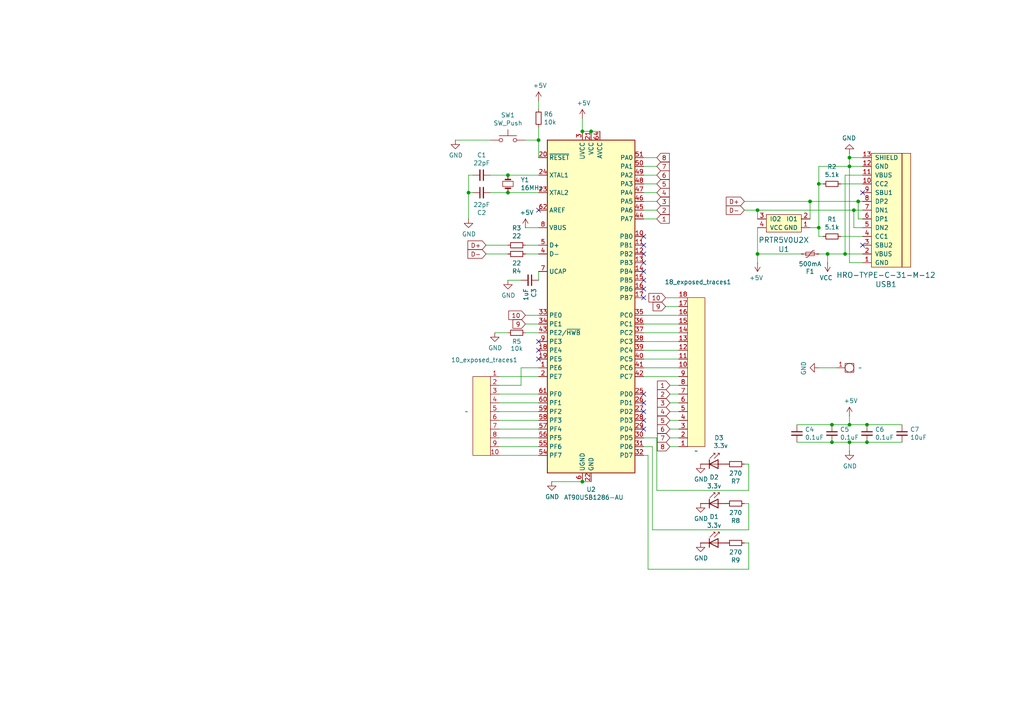
<source format=kicad_sch>
(kicad_sch (version 20250114) (generator "eeschema") (generator_version "9.0")
  (paper "A4")
  (lib_symbols
    (symbol "Device:C_Small" (pin_numbers (hide yes)) (pin_names (offset 0.254) (hide yes))
      (property "Reference" "C" (at 0.254 1.778 0))
      (property "Value" "C_Small" (at 0.254 -2.032 0))
      (symbol "C_Small_0_1"
        (polyline (pts (xy -1.524 0.508) (xy 1.524 0.508)) (stroke (width 0.3048)))
        (polyline (pts (xy -1.524 -0.508) (xy 1.524 -0.508)) (stroke (width 0.3302)))
      )
      (symbol "C_Small_1_1"
        (pin passive line (at 0 2.54 270) (length 2.032) (name "~") (number "1"))
        (pin passive line (at 0 -2.54 90) (length 2.032) (name "~") (number "2"))
      )
    )
    (symbol "Device:Crystal_Small" (pin_numbers (hide yes)) (pin_names (offset 1.016) (hide yes))
      (property "Reference" "Y" (at 0 2.54 0))
      (property "Value" "Crystal_Small" (at 0 -2.54 0))
      (symbol "Crystal_Small_0_1"
        (polyline (pts (xy -1.27 -0.762) (xy -1.27 0.762)) (stroke (width 0.381)))
        (rectangle (start -0.762 -1.524) (end 0.762 1.524))
        (polyline (pts (xy 1.27 -0.762) (xy 1.27 0.762)) (stroke (width 0.381)))
      )
      (symbol "Crystal_Small_1_1"
        (pin passive line (at -2.54 0 0) (length 1.27) (name "1") (number "1"))
        (pin passive line (at 2.54 0 180) (length 1.27) (name "2") (number "2"))
      )
    )
    (symbol "Device:Polyfuse_Small" (pin_numbers (hide yes)) (pin_names (offset 0))
      (property "Reference" "F" (at -1.905 0 90))
      (property "Value" "Polyfuse_Small" (at 1.905 0 90))
      (symbol "Polyfuse_Small_0_1"
        (polyline (pts (xy -1.016 1.27) (xy -1.016 0.762) (xy 1.016 -0.762) (xy 1.016 -1.27)))
        (rectangle (start -0.508 1.27) (end 0.508 -1.27))
        (polyline (pts (xy 0 2.54) (xy 0 -2.54)))
      )
      (symbol "Polyfuse_Small_1_1"
        (pin passive line (at 0 2.54 270) (length 0.635) (name "~") (number "1"))
        (pin passive line (at 0 -2.54 90) (length 0.635) (name "~") (number "2"))
      )
    )
    (symbol "Device:R_Small" (pin_numbers (hide yes)) (pin_names (offset 0.254) (hide yes))
      (property "Reference" "R" (at 0 0 90))
      (property "Value" "R_Small" (at 1.778 0 90))
      (symbol "R_Small_0_1"
        (rectangle (start -0.762 1.778) (end 0.762 -1.778) (stroke (width 0.2032)))
      )
      (symbol "R_Small_1_1"
        (pin passive line (at 0 2.54 270) (length 0.762) (name "~") (number "1"))
        (pin passive line (at 0 -2.54 90) (length 0.762) (name "~") (number "2"))
      )
    )
    (symbol "LED:LD271" (pin_numbers (hide yes)) (pin_names (offset 1.016) (hide yes))
      (property "Reference" "D" (at 0.508 1.778 0))
      (property "Value" "LD271" (at -1.016 -2.794 0))
      (symbol "LD271_0_1"
        (polyline (pts (xy -2.54 1.27) (xy -2.54 -1.27)) (stroke (width 0.254)))
        (polyline (pts (xy -2.413 1.651) (xy -0.889 3.175) (xy -0.889 2.667) (xy -0.889 3.175) (xy -1.397 3.175)))
        (polyline (pts (xy -1.143 1.651) (xy 0.381 3.175) (xy 0.381 2.667)))
        (polyline (pts (xy 0 0) (xy -2.54 0)))
        (polyline (pts (xy 0 -1.27) (xy -2.54 0) (xy 0 1.27) (xy 0 -1.27)) (stroke (width 0.254)))
        (polyline (pts (xy 0.381 3.175) (xy -0.127 3.175)))
      )
      (symbol "LD271_1_1"
        (pin passive line (at -5.08 0 0) (length 2.54) (name "K") (number "1"))
        (pin passive line (at 2.54 0 180) (length 2.54) (name "A") (number "2"))
      )
    )
    (symbol "M2_connectors:10_exposed_traces"
      (property "Reference" "10_exposed_traces" (at 0.508 8.382 0) (show_name))
      (symbol "10_exposed_traces_1_1"
        (rectangle (start -2.54 -15.24) (end 2.54 7.62) (fill (type background)))
        (pin input line (at -5.08 7.62 0) (length 2.54) (name "") (number "10"))
        (pin input line (at -5.08 5.08 0) (length 2.54) (name "") (number "9"))
        (pin input line (at -5.08 2.54 0) (length 2.54) (name "") (number "8"))
        (pin input line (at -5.08 0 0) (length 2.54) (name "") (number "7"))
        (pin input line (at -5.08 -2.54 0) (length 2.54) (name "") (number "6"))
        (pin input line (at -5.08 -5.08 0) (length 2.54) (name "") (number "5"))
        (pin input line (at -5.08 -7.62 0) (length 2.54) (name "") (number "4"))
        (pin input line (at -5.08 -10.16 0) (length 2.54) (name "") (number "3"))
        (pin input line (at -5.08 -12.7 0) (length 2.54) (name "") (number "2"))
        (pin input line (at -5.08 -15.24 0) (length 2.54) (name "") (number "1"))
      )
    )
    (symbol "M2_connectors:18_exposed_traces"
      (property "Reference" "18_exposed_traces" (at -0.762 8.128 0))
      (symbol "18_exposed_traces_1_1"
        (rectangle (start -3.81 -36.83) (end 1.27 6.35) (fill (type background)))
        (pin input line (at 3.81 6.35 180) (length 2.54) (name "") (number "1"))
        (pin input line (at 3.81 3.81 180) (length 2.54) (name "") (number "2"))
        (pin input line (at 3.81 1.27 180) (length 2.54) (name "") (number "3"))
        (pin input line (at 3.81 -1.27 180) (length 2.54) (name "") (number "4"))
        (pin input line (at 3.81 -3.81 180) (length 2.54) (name "") (number "5"))
        (pin input line (at 3.81 -6.35 180) (length 2.54) (name "") (number "6"))
        (pin input line (at 3.81 -8.89 180) (length 2.54) (name "") (number "7"))
        (pin input line (at 3.81 -11.43 180) (length 2.54) (name "") (number "8"))
        (pin input line (at 3.81 -13.97 180) (length 2.54) (name "") (number "9"))
        (pin input line (at 3.81 -16.51 180) (length 2.54) (name "") (number "10"))
        (pin input line (at 3.81 -19.05 180) (length 2.54) (name "") (number "11"))
        (pin input line (at 3.81 -21.59 180) (length 2.54) (name "") (number "12"))
        (pin input line (at 3.81 -24.13 180) (length 2.54) (name "") (number "13"))
        (pin input line (at 3.81 -26.67 180) (length 2.54) (name "") (number "14"))
        (pin input line (at 3.81 -29.21 180) (length 2.54) (name "") (number "15"))
        (pin input line (at 3.81 -31.75 180) (length 2.54) (name "") (number "16"))
        (pin input line (at 3.81 -34.29 180) (length 2.54) (name "") (number "17"))
        (pin input line (at 3.81 -36.83 180) (length 2.54) (name "") (number "18"))
      )
    )
    (symbol "M2_connectors:screw"
      (symbol "screw_0_1"
        (rectangle (start -1.27 1.27) (end 1.27 -1.27))
        (circle (center 0 0) (radius 1.27))
      )
      (symbol "screw_1_1"
        (pin input line (at -3.81 0 0) (length 2.54) (name "") (number "1"))
      )
    )
    (symbol "MCU_Microchip_AVR:AT90USB1286-A"
      (property "Reference" "U" (at -12.7 49.53 0))
      (property "Value" "AT90USB1286-A" (at 2.54 -49.53 0))
      (symbol "AT90USB1286-A_0_1"
        (rectangle (start -12.7 -48.26) (end 12.7 48.26) (stroke (width 0.254)) (fill (type background)))
      )
      (symbol "AT90USB1286-A_1_1"
        (pin input line (at -15.24 43.18 0) (length 2.54) (name "~{RESET}") (number "20"))
        (pin input line (at -15.24 38.1 0) (length 2.54) (name "XTAL1") (number "24"))
        (pin output line (at -15.24 33.02 0) (length 2.54) (name "XTAL2") (number "23"))
        (pin passive line (at -15.24 27.94 0) (length 2.54) (name "AREF") (number "62"))
        (pin input line (at -15.24 22.86 0) (length 2.54) (name "VBUS") (number "8"))
        (pin bidirectional line (at -15.24 17.78 0) (length 2.54) (name "D+") (number "5"))
        (pin bidirectional line (at -15.24 15.24 0) (length 2.54) (name "D-") (number "4"))
        (pin passive line (at -15.24 10.16 0) (length 2.54) (name "UCAP") (number "7"))
        (pin bidirectional line (at -15.24 -2.54 0) (length 2.54) (name "PE0") (number "33"))
        (pin bidirectional line (at -15.24 -5.08 0) (length 2.54) (name "PE1") (number "34"))
        (pin bidirectional line (at -15.24 -7.62 0) (length 2.54) (name "PE2/~{HWB}") (number "43"))
        (pin bidirectional line (at -15.24 -10.16 0) (length 2.54) (name "PE3") (number "9"))
        (pin bidirectional line (at -15.24 -12.7 0) (length 2.54) (name "PE4") (number "18"))
        (pin bidirectional line (at -15.24 -15.24 0) (length 2.54) (name "PE5") (number "19"))
        (pin bidirectional line (at -15.24 -17.78 0) (length 2.54) (name "PE6") (number "1"))
        (pin bidirectional line (at -15.24 -20.32 0) (length 2.54) (name "PE7") (number "2"))
        (pin bidirectional line (at -15.24 -25.4 0) (length 2.54) (name "PF0") (number "61"))
        (pin bidirectional line (at -15.24 -27.94 0) (length 2.54) (name "PF1") (number "60"))
        (pin bidirectional line (at -15.24 -30.48 0) (length 2.54) (name "PF2") (number "59"))
        (pin bidirectional line (at -15.24 -33.02 0) (length 2.54) (name "PF3") (number "58"))
        (pin bidirectional line (at -15.24 -35.56 0) (length 2.54) (name "PF4") (number "57"))
        (pin bidirectional line (at -15.24 -38.1 0) (length 2.54) (name "PF5") (number "56"))
        (pin bidirectional line (at -15.24 -40.64 0) (length 2.54) (name "PF6") (number "55"))
        (pin bidirectional line (at -15.24 -43.18 0) (length 2.54) (name "PF7") (number "54"))
        (pin power_in line (at -2.54 50.8 270) (length 2.54) (name "UVCC") (number "3"))
        (pin power_in line (at -2.54 -50.8 90) (length 2.54) (name "UGND") (number "6"))
        (pin power_in line (at 0 50.8 270) (length 2.54) (name "VCC") (number "21"))
        (pin passive line (at 0 50.8 270) (length 2.54) (hide yes) (name "VCC") (number "52"))
        (pin power_in line (at 0 -50.8 90) (length 2.54) (name "GND") (number "22"))
        (pin passive line (at 0 -50.8 90) (length 2.54) (hide yes) (name "GND") (number "53"))
        (pin passive line (at 0 -50.8 90) (length 2.54) (hide yes) (name "GND") (number "63"))
        (pin power_in line (at 2.54 50.8 270) (length 2.54) (name "AVCC") (number "64"))
        (pin bidirectional line (at 15.24 43.18 180) (length 2.54) (name "PA0") (number "51"))
        (pin bidirectional line (at 15.24 40.64 180) (length 2.54) (name "PA1") (number "50"))
        (pin bidirectional line (at 15.24 38.1 180) (length 2.54) (name "PA2") (number "49"))
        (pin bidirectional line (at 15.24 35.56 180) (length 2.54) (name "PA3") (number "48"))
        (pin bidirectional line (at 15.24 33.02 180) (length 2.54) (name "PA4") (number "47"))
        (pin bidirectional line (at 15.24 30.48 180) (length 2.54) (name "PA5") (number "46"))
        (pin bidirectional line (at 15.24 27.94 180) (length 2.54) (name "PA6") (number "45"))
        (pin bidirectional line (at 15.24 25.4 180) (length 2.54) (name "PA7") (number "44"))
        (pin bidirectional line (at 15.24 20.32 180) (length 2.54) (name "PB0") (number "10"))
        (pin bidirectional line (at 15.24 17.78 180) (length 2.54) (name "PB1") (number "11"))
        (pin bidirectional line (at 15.24 15.24 180) (length 2.54) (name "PB2") (number "12"))
        (pin bidirectional line (at 15.24 12.7 180) (length 2.54) (name "PB3") (number "13"))
        (pin bidirectional line (at 15.24 10.16 180) (length 2.54) (name "PB4") (number "14"))
        (pin bidirectional line (at 15.24 7.62 180) (length 2.54) (name "PB5") (number "15"))
        (pin bidirectional line (at 15.24 5.08 180) (length 2.54) (name "PB6") (number "16"))
        (pin bidirectional line (at 15.24 2.54 180) (length 2.54) (name "PB7") (number "17"))
        (pin bidirectional line (at 15.24 -2.54 180) (length 2.54) (name "PC0") (number "35"))
        (pin bidirectional line (at 15.24 -5.08 180) (length 2.54) (name "PC1") (number "36"))
        (pin bidirectional line (at 15.24 -7.62 180) (length 2.54) (name "PC2") (number "37"))
        (pin bidirectional line (at 15.24 -10.16 180) (length 2.54) (name "PC3") (number "38"))
        (pin bidirectional line (at 15.24 -12.7 180) (length 2.54) (name "PC4") (number "39"))
        (pin bidirectional line (at 15.24 -15.24 180) (length 2.54) (name "PC5") (number "40"))
        (pin bidirectional line (at 15.24 -17.78 180) (length 2.54) (name "PC6") (number "41"))
        (pin bidirectional line (at 15.24 -20.32 180) (length 2.54) (name "PC7") (number "42"))
        (pin bidirectional line (at 15.24 -25.4 180) (length 2.54) (name "PD0") (number "25"))
        (pin bidirectional line (at 15.24 -27.94 180) (length 2.54) (name "PD1") (number "26"))
        (pin bidirectional line (at 15.24 -30.48 180) (length 2.54) (name "PD2") (number "27"))
        (pin bidirectional line (at 15.24 -33.02 180) (length 2.54) (name "PD3") (number "28"))
        (pin bidirectional line (at 15.24 -35.56 180) (length 2.54) (name "PD4") (number "29"))
        (pin bidirectional line (at 15.24 -38.1 180) (length 2.54) (name "PD5") (number "30"))
        (pin bidirectional line (at 15.24 -40.64 180) (length 2.54) (name "PD6") (number "31"))
        (pin bidirectional line (at 15.24 -43.18 180) (length 2.54) (name "PD7") (number "32"))
      )
    )
    (symbol "Switch:SW_Push" (pin_numbers (hide yes)) (pin_names (offset 1.016) (hide yes))
      (property "Reference" "SW" (at 1.27 2.54 0))
      (property "Value" "SW_Push" (at 0 -1.524 0))
      (symbol "SW_Push_0_1"
        (circle (center -2.032 0) (radius 0.508))
        (polyline (pts (xy 0 1.27) (xy 0 3.048)))
        (circle (center 2.032 0) (radius 0.508))
        (polyline (pts (xy 2.54 1.27) (xy -2.54 1.27)))
        (pin passive line (at -5.08 0 0) (length 2.54) (name "1") (number "1"))
        (pin passive line (at 5.08 0 180) (length 2.54) (name "2") (number "2"))
      )
    )
    (symbol "Type-C:HRO-TYPE-C-31-M-12" (pin_names (offset 1.016))
      (property "Reference" "USB" (at -5.08 16.51 0))
      (property "Value" "HRO-TYPE-C-31-M-12" (at -10.16 -1.27 90))
      (symbol "HRO-TYPE-C-31-M-12_0_1"
        (rectangle (start -11.43 15.24) (end -8.89 -17.78) (fill (type background)))
        (rectangle (start 0 -17.78) (end -8.89 15.24) (fill (type background)))
      )
      (symbol "HRO-TYPE-C-31-M-12_1_1"
        (pin input line (at 2.54 13.97 180) (length 2.54) (name "GND") (number "1"))
        (pin input line (at 2.54 11.43 180) (length 2.54) (name "VBUS") (number "2"))
        (pin input line (at 2.54 8.89 180) (length 2.54) (name "SBU2") (number "3"))
        (pin input line (at 2.54 6.35 180) (length 2.54) (name "CC1") (number "4"))
        (pin input line (at 2.54 3.81 180) (length 2.54) (name "DN2") (number "5"))
        (pin input line (at 2.54 1.27 180) (length 2.54) (name "DP1") (number "6"))
        (pin input line (at 2.54 -1.27 180) (length 2.54) (name "DN1") (number "7"))
        (pin input line (at 2.54 -3.81 180) (length 2.54) (name "DP2") (number "8"))
        (pin input line (at 2.54 -6.35 180) (length 2.54) (name "SBU1") (number "9"))
        (pin input line (at 2.54 -8.89 180) (length 2.54) (name "CC2") (number "10"))
        (pin input line (at 2.54 -11.43 180) (length 2.54) (name "VBUS") (number "11"))
        (pin input line (at 2.54 -13.97 180) (length 2.54) (name "GND") (number "12"))
        (pin input line (at 2.54 -16.51 180) (length 2.54) (name "SHIELD") (number "13"))
      )
    )
    (symbol "power:+5V" (power) (pin_numbers (hide yes)) (pin_names (offset 0) (hide yes))
      (property "Value" "+5V" (at 0 3.556 0))
      (symbol "+5V_0_1"
        (polyline (pts (xy -0.762 1.27) (xy 0 2.54)))
        (polyline (pts (xy 0 2.54) (xy 0.762 1.27)))
        (polyline (pts (xy 0 0) (xy 0 2.54)))
      )
      (symbol "+5V_1_1"
        (pin power_in line (at 0 0 90) (length 0) (name "~") (number "1"))
      )
    )
    (symbol "power:GND" (power) (pin_numbers (hide yes)) (pin_names (offset 0) (hide yes))
      (property "Value" "GND" (at 0 -3.81 0))
      (symbol "GND_0_1"
        (polyline (pts (xy 0 0) (xy 0 -1.27) (xy 1.27 -1.27) (xy 0 -2.54) (xy -1.27 -1.27) (xy 0 -1.27)))
      )
      (symbol "GND_1_1"
        (pin power_in line (at 0 0 270) (length 0) (name "~") (number "1"))
      )
    )
    (symbol "power:VCC" (power) (pin_numbers (hide yes)) (pin_names (offset 0) (hide yes))
      (property "Value" "VCC" (at 0 3.556 0))
      (symbol "VCC_0_1"
        (polyline (pts (xy -0.762 1.27) (xy 0 2.54)))
        (polyline (pts (xy 0 2.54) (xy 0.762 1.27)))
        (polyline (pts (xy 0 0) (xy 0 2.54)))
      )
      (symbol "VCC_1_1"
        (pin power_in line (at 0 0 90) (length 0) (name "~") (number "1"))
      )
    )
    (symbol "random-keyboard-parts:PRTR5V0U2X" (pin_names (offset 1.016))
      (property "Reference" "U" (at 0 3.81 0))
      (property "Value" "PRTR5V0U2X" (at 0 -3.81 0))
      (symbol "PRTR5V0U2X_0_1"
        (rectangle (start -5.08 2.54) (end 5.08 -2.54) (fill (type background)))
      )
      (symbol "PRTR5V0U2X_1_1"
        (pin input line (at -7.62 1.27 0) (length 2.54) (name "GND") (number "1"))
        (pin input line (at -7.62 -1.27 0) (length 2.54) (name "IO1") (number "2"))
        (pin input line (at 7.62 1.27 180) (length 2.54) (name "VCC") (number "4"))
        (pin input line (at 7.62 -1.27 180) (length 2.54) (name "IO2") (number "3"))
      )
    )
  )
  (junction (at 135.89 55.88))
  (junction (at 168.91 139.7))
  (junction (at 251.46 123.19))
  (junction (at 248.92 58.42))
  (junction (at 219.71 73.66))
  (junction (at 147.32 50.8))
  (junction (at 156.21 40.64))
  (junction (at 246.38 123.19))
  (junction (at 237.49 53.34))
  (junction (at 246.38 45.72))
  (junction (at 247.65 60.96))
  (junction (at 246.38 128.27))
  (junction (at 241.3 123.19))
  (junction (at 147.32 55.88))
  (junction (at 241.3 128.27))
  (junction (at 171.45 38.1))
  (junction (at 168.91 38.1))
  (junction (at 246.38 48.26))
  (junction (at 237.49 66.04))
  (junction (at 219.71 60.96))
  (junction (at 251.46 128.27))
  (junction (at 234.95 58.42))
  (junction (at 245.11 73.66))
  (junction (at 240.03 73.66))
  (no_connect (at 186.69 81.28))
  (no_connect (at 186.69 73.66))
  (no_connect (at 186.69 86.36))
  (no_connect (at 156.21 104.14))
  (no_connect (at 156.21 60.96))
  (no_connect (at 186.69 78.74))
  (no_connect (at 186.69 116.84))
  (no_connect (at 186.69 68.58))
  (no_connect (at 250.19 71.12))
  (no_connect (at 186.69 114.3))
  (no_connect (at 250.19 55.88))
  (no_connect (at 156.21 99.06))
  (no_connect (at 186.69 119.38))
  (no_connect (at 186.69 76.2))
  (no_connect (at 186.69 83.82))
  (no_connect (at 156.21 101.6))
  (no_connect (at 186.69 124.46))
  (no_connect (at 186.69 121.92))
  (no_connect (at 186.69 71.12))
  (wire (pts (xy 234.95 63.5) (xy 234.95 58.42)))
  (wire (pts (xy 152.4 96.52) (xy 156.21 96.52)))
  (wire (pts (xy 194.31 121.92) (xy 196.85 121.92)))
  (wire (pts (xy 219.71 73.66) (xy 219.71 66.04)))
  (wire (pts (xy 250.19 60.96) (xy 247.65 60.96)))
  (wire (pts (xy 132.08 40.64) (xy 142.24 40.64)))
  (wire (pts (xy 186.69 101.6) (xy 196.85 101.6)))
  (wire (pts (xy 234.95 58.42) (xy 215.9 58.42)))
  (wire (pts (xy 250.19 58.42) (xy 248.92 58.42)))
  (wire (pts (xy 151.13 106.68) (xy 151.13 111.76)))
  (wire (pts (xy 217.17 134.62) (xy 215.9 134.62)))
  (wire (pts (xy 173.99 38.1) (xy 171.45 38.1)))
  (wire (pts (xy 194.31 129.54) (xy 196.85 129.54)))
  (wire (pts (xy 237.49 53.34) (xy 237.49 66.04)))
  (wire (pts (xy 246.38 123.19) (xy 246.38 120.65)))
  (wire (pts (xy 250.19 68.58) (xy 243.84 68.58)))
  (wire (pts (xy 135.89 50.8) (xy 137.16 50.8)))
  (wire (pts (xy 168.91 34.29) (xy 168.91 38.1)))
  (wire (pts (xy 144.78 116.84) (xy 156.21 116.84)))
  (wire (pts (xy 219.71 73.66) (xy 219.71 76.2)))
  (wire (pts (xy 251.46 123.19) (xy 246.38 123.19)))
  (wire (pts (xy 186.69 91.44) (xy 196.85 91.44)))
  (wire (pts (xy 160.02 139.7) (xy 168.91 139.7)))
  (wire (pts (xy 194.31 111.76) (xy 196.85 111.76)))
  (wire (pts (xy 152.4 66.04) (xy 156.21 66.04)))
  (wire (pts (xy 246.38 45.72) (xy 246.38 44.45)))
  (wire (pts (xy 215.9 60.96) (xy 219.71 60.96)))
  (wire (pts (xy 186.69 104.14) (xy 196.85 104.14)))
  (wire (pts (xy 152.4 73.66) (xy 156.21 73.66)))
  (wire (pts (xy 251.46 128.27) (xy 261.62 128.27)))
  (wire (pts (xy 246.38 123.19) (xy 241.3 123.19)))
  (wire (pts (xy 151.13 111.76) (xy 144.78 111.76)))
  (wire (pts (xy 186.69 96.52) (xy 196.85 96.52)))
  (wire (pts (xy 186.69 93.98) (xy 196.85 93.98)))
  (wire (pts (xy 240.03 76.2) (xy 240.03 73.66)))
  (wire (pts (xy 189.23 129.54) (xy 189.23 153.67)))
  (wire (pts (xy 250.19 48.26) (xy 246.38 48.26)))
  (wire (pts (xy 231.14 128.27) (xy 241.3 128.27)))
  (wire (pts (xy 186.69 99.06) (xy 196.85 99.06)))
  (wire (pts (xy 250.19 73.66) (xy 245.11 73.66)))
  (wire (pts (xy 194.31 116.84) (xy 196.85 116.84)))
  (wire (pts (xy 246.38 128.27) (xy 251.46 128.27)))
  (wire (pts (xy 190.5 55.88) (xy 186.69 55.88)))
  (wire (pts (xy 135.89 50.8) (xy 135.89 55.88)))
  (wire (pts (xy 250.19 66.04) (xy 247.65 66.04)))
  (wire (pts (xy 219.71 63.5) (xy 219.71 60.96)))
  (wire (pts (xy 186.69 50.8) (xy 190.5 50.8)))
  (wire (pts (xy 144.78 121.92) (xy 156.21 121.92)))
  (wire (pts (xy 152.4 93.98) (xy 156.21 93.98)))
  (wire (pts (xy 237.49 66.04) (xy 234.95 66.04)))
  (wire (pts (xy 144.78 119.38) (xy 156.21 119.38)))
  (wire (pts (xy 187.96 165.1) (xy 217.17 165.1)))
  (wire (pts (xy 186.69 45.72) (xy 190.5 45.72)))
  (wire (pts (xy 250.19 63.5) (xy 248.92 63.5)))
  (wire (pts (xy 187.96 132.08) (xy 187.96 165.1)))
  (wire (pts (xy 171.45 38.1) (xy 168.91 38.1)))
  (wire (pts (xy 186.69 109.22) (xy 196.85 109.22)))
  (wire (pts (xy 156.21 81.28) (xy 156.21 78.74)))
  (wire (pts (xy 156.21 31.75) (xy 156.21 29.21)))
  (wire (pts (xy 135.89 55.88) (xy 137.16 55.88)))
  (wire (pts (xy 246.38 76.2) (xy 246.38 48.26)))
  (wire (pts (xy 217.17 157.48) (xy 215.9 157.48)))
  (wire (pts (xy 168.91 139.7) (xy 171.45 139.7)))
  (wire (pts (xy 245.11 73.66) (xy 240.03 73.66)))
  (wire (pts (xy 144.78 109.22) (xy 156.21 109.22)))
  (wire (pts (xy 186.69 106.68) (xy 196.85 106.68)))
  (wire (pts (xy 217.17 153.67) (xy 217.17 146.05)))
  (wire (pts (xy 152.4 71.12) (xy 156.21 71.12)))
  (wire (pts (xy 147.32 81.28) (xy 151.13 81.28)))
  (wire (pts (xy 186.69 63.5) (xy 190.5 63.5)))
  (wire (pts (xy 190.5 142.24) (xy 190.5 127)))
  (wire (pts (xy 219.71 60.96) (xy 247.65 60.96)))
  (wire (pts (xy 156.21 106.68) (xy 151.13 106.68)))
  (wire (pts (xy 241.3 128.27) (xy 246.38 128.27)))
  (wire (pts (xy 194.31 127) (xy 196.85 127)))
  (wire (pts (xy 144.78 132.08) (xy 156.21 132.08)))
  (wire (pts (xy 189.23 153.67) (xy 217.17 153.67)))
  (wire (pts (xy 250.19 50.8) (xy 245.11 50.8)))
  (wire (pts (xy 196.85 86.36) (xy 193.04 86.36)))
  (wire (pts (xy 135.89 63.5) (xy 135.89 55.88)))
  (wire (pts (xy 186.69 48.26) (xy 190.5 48.26)))
  (wire (pts (xy 237.49 68.58) (xy 238.76 68.58)))
  (wire (pts (xy 247.65 66.04) (xy 247.65 60.96)))
  (wire (pts (xy 190.5 142.24) (xy 217.17 142.24)))
  (wire (pts (xy 240.03 73.66) (xy 237.49 73.66)))
  (wire (pts (xy 142.24 50.8) (xy 147.32 50.8)))
  (wire (pts (xy 189.23 129.54) (xy 186.69 129.54)))
  (wire (pts (xy 190.5 127) (xy 186.69 127)))
  (wire (pts (xy 144.78 114.3) (xy 156.21 114.3)))
  (wire (pts (xy 187.96 132.08) (xy 186.69 132.08)))
  (wire (pts (xy 250.19 53.34) (xy 243.84 53.34)))
  (wire (pts (xy 144.78 127) (xy 156.21 127)))
  (wire (pts (xy 232.41 73.66) (xy 219.71 73.66)))
  (wire (pts (xy 217.17 146.05) (xy 215.9 146.05)))
  (wire (pts (xy 194.31 119.38) (xy 196.85 119.38)))
  (wire (pts (xy 156.21 40.64) (xy 152.4 40.64)))
  (wire (pts (xy 248.92 63.5) (xy 248.92 58.42)))
  (wire (pts (xy 241.3 123.19) (xy 231.14 123.19)))
  (wire (pts (xy 250.19 76.2) (xy 246.38 76.2)))
  (wire (pts (xy 246.38 130.81) (xy 246.38 128.27)))
  (wire (pts (xy 194.31 114.3) (xy 196.85 114.3)))
  (wire (pts (xy 140.97 73.66) (xy 147.32 73.66)))
  (wire (pts (xy 261.62 123.19) (xy 251.46 123.19)))
  (wire (pts (xy 194.31 124.46) (xy 196.85 124.46)))
  (wire (pts (xy 217.17 142.24) (xy 217.17 134.62)))
  (wire (pts (xy 186.69 60.96) (xy 190.5 60.96)))
  (wire (pts (xy 246.38 48.26) (xy 246.38 45.72)))
  (wire (pts (xy 147.32 55.88) (xy 142.24 55.88)))
  (wire (pts (xy 237.49 106.68) (xy 242.57 106.68)))
  (wire (pts (xy 144.78 124.46) (xy 156.21 124.46)))
  (wire (pts (xy 140.97 71.12) (xy 147.32 71.12)))
  (wire (pts (xy 152.4 91.44) (xy 156.21 91.44)))
  (wire (pts (xy 144.78 129.54) (xy 156.21 129.54)))
  (wire (pts (xy 238.76 53.34) (xy 237.49 53.34)))
  (wire (pts (xy 237.49 48.26) (xy 237.49 53.34)))
  (wire (pts (xy 217.17 165.1) (xy 217.17 157.48)))
  (wire (pts (xy 246.38 48.26) (xy 237.49 48.26)))
  (wire (pts (xy 237.49 66.04) (xy 237.49 68.58)))
  (wire (pts (xy 246.38 45.72) (xy 250.19 45.72)))
  (wire (pts (xy 196.85 88.9) (xy 193.04 88.9)))
  (wire (pts (xy 245.11 50.8) (xy 245.11 73.66)))
  (wire (pts (xy 156.21 55.88) (xy 147.32 55.88)))
  (wire (pts (xy 186.69 53.34) (xy 190.5 53.34)))
  (wire (pts (xy 186.69 58.42) (xy 190.5 58.42)))
  (wire (pts (xy 156.21 40.64) (xy 156.21 36.83)))
  (wire (pts (xy 248.92 58.42) (xy 234.95 58.42)))
  (wire (pts (xy 156.21 45.72) (xy 156.21 40.64)))
  (wire (pts (xy 143.51 96.52) (xy 147.32 96.52)))
  (wire (pts (xy 147.32 50.8) (xy 156.21 50.8)))
  (global_label "2" (shape input) (at 194.31 114.3 180) (property "Intersheetrefs" "${INTERSHEET_REFS}" (effects (hide yes))))
  (global_label "5" (shape input) (at 190.5 53.34 0) (property "Intersheetrefs" "${INTERSHEET_REFS}" (effects (hide yes))))
  (global_label "8" (shape input) (at 190.5 45.72 0) (property "Intersheetrefs" "${INTERSHEET_REFS}" (effects (hide yes))))
  (global_label "1" (shape input) (at 194.31 111.76 180) (property "Intersheetrefs" "${INTERSHEET_REFS}" (effects (hide yes))))
  (global_label "10" (shape input) (at 193.04 86.36 180) (property "Intersheetrefs" "${INTERSHEET_REFS}" (effects (hide yes))))
  (global_label "6" (shape input) (at 190.5 50.8 0) (property "Intersheetrefs" "${INTERSHEET_REFS}" (effects (hide yes))))
  (global_label "D-" (shape input) (at 140.97 73.66 180) (property "Intersheetrefs" "${INTERSHEET_REFS}" (effects (hide yes))))
  (global_label "10" (shape input) (at 152.4 91.44 180) (property "Intersheetrefs" "${INTERSHEET_REFS}" (effects (hide yes))))
  (global_label "2" (shape input) (at 190.5 60.96 0) (property "Intersheetrefs" "${INTERSHEET_REFS}" (effects (hide yes))))
  (global_label "7" (shape input) (at 190.5 48.26 0) (property "Intersheetrefs" "${INTERSHEET_REFS}" (effects (hide yes))))
  (global_label "6" (shape input) (at 194.31 124.46 180) (property "Intersheetrefs" "${INTERSHEET_REFS}" (effects (hide yes))))
  (global_label "D+" (shape input) (at 215.9 58.42 180) (property "Intersheetrefs" "${INTERSHEET_REFS}" (effects (hide yes))))
  (global_label "9" (shape input) (at 152.4 93.98 180) (property "Intersheetrefs" "${INTERSHEET_REFS}" (effects (hide yes))))
  (global_label "3" (shape input) (at 190.5 58.42 0) (property "Intersheetrefs" "${INTERSHEET_REFS}" (effects (hide yes))))
  (global_label "5" (shape input) (at 194.31 121.92 180) (property "Intersheetrefs" "${INTERSHEET_REFS}" (effects (hide yes))))
  (global_label "D+" (shape input) (at 140.97 71.12 180) (property "Intersheetrefs" "${INTERSHEET_REFS}" (effects (hide yes))))
  (global_label "3" (shape input) (at 194.31 116.84 180) (property "Intersheetrefs" "${INTERSHEET_REFS}" (effects (hide yes))))
  (global_label "4" (shape input) (at 194.31 119.38 180) (property "Intersheetrefs" "${INTERSHEET_REFS}" (effects (hide yes))))
  (global_label "9" (shape input) (at 193.04 88.9 180) (property "Intersheetrefs" "${INTERSHEET_REFS}" (effects (hide yes))))
  (global_label "8" (shape input) (at 194.31 129.54 180) (property "Intersheetrefs" "${INTERSHEET_REFS}" (effects (hide yes))))
  (global_label "1" (shape input) (at 190.5 63.5 0) (property "Intersheetrefs" "${INTERSHEET_REFS}" (effects (hide yes))))
  (global_label "D-" (shape input) (at 215.9 60.96 180) (property "Intersheetrefs" "${INTERSHEET_REFS}" (effects (hide yes))))
  (global_label "7" (shape input) (at 194.31 127 180) (property "Intersheetrefs" "${INTERSHEET_REFS}" (effects (hide yes))))
  (global_label "4" (shape input) (at 190.5 55.88 0) (property "Intersheetrefs" "${INTERSHEET_REFS}" (effects (hide yes))))
  (symbol (lib_id "Device:C_Small") (at 231.14 125.73 0) (unit 1)
    (property "Reference" "C4" (at 233.4768 124.5616 0) (effects (justify left)))
    (property "Value" "0.1uF" (at 233.4768 126.873 0) (effects (justify left)))
    (property "Footprint" "Capacitor_THT:C_Disc_D5.0mm_W2.5mm_P5.00mm" (effects (hide yes)))
  )
  (symbol (lib_id "Device:C_Small") (at 241.3 125.73 0) (unit 1)
    (property "Reference" "C5" (at 243.6368 124.5616 0) (effects (justify left)))
    (property "Value" "0.1uF" (at 243.6368 126.873 0) (effects (justify left)))
    (property "Footprint" "Capacitor_THT:C_Disc_D5.0mm_W2.5mm_P5.00mm" (effects (hide yes)))
  )
  (symbol (lib_id "Device:C_Small") (at 251.46 125.73 0) (unit 1)
    (property "Reference" "C6" (at 253.7968 124.5616 0) (effects (justify left)))
    (property "Value" "0.1uF" (at 253.7968 126.873 0) (effects (justify left)))
    (property "Footprint" "Capacitor_THT:C_Disc_D5.0mm_W2.5mm_P5.00mm" (effects (hide yes)))
  )
  (symbol (lib_id "Device:C_Small") (at 261.62 125.73 0) (unit 1)
    (property "Reference" "C7" (at 263.9568 124.5616 0) (effects (justify left)))
    (property "Value" "10uF" (at 263.9568 126.873 0) (effects (justify left)))
    (property "Footprint" "Capacitor_THT:C_Disc_D5.0mm_W2.5mm_P5.00mm" (effects (hide yes)))
  )
  (symbol (lib_id "power:GND") (at 246.38 130.81 0) (unit 1)
    (property "Reference" "#PWR014" (effects (hide yes)))
    (property "Value" "GND" (at 246.507 135.2042 0))
  )
  (symbol (lib_id "power:+5V") (at 246.38 120.65 0) (unit 1)
    (property "Reference" "#PWR013" (effects (hide yes)))
    (property "Value" "+5V" (at 246.761 116.2558 0))
  )
  (symbol (lib_id "Type-C:HRO-TYPE-C-31-M-12") (at 252.73 62.23 180) (unit 1)
    (property "Reference" "USB1" (at 256.9718 82.4738 0) (effects (font (size 1.524 1.524))))
    (property "Value" "HRO-TYPE-C-31-M-12" (at 256.9718 79.7814 0) (effects (font (size 1.524 1.524))))
    (property "Footprint" "Type-C:HRO-TYPE-C-31-M-12-HandSoldering" (effects (hide yes)))
  )
  (symbol (lib_id "power:GND") (at 246.38 44.45 180) (unit 1)
    (property "Reference" "#PWR01" (effects (hide yes)))
    (property "Value" "GND" (at 246.253 40.0558 0))
  )
  (symbol (lib_id "power:+5V") (at 219.71 76.2 180) (unit 1)
    (property "Reference" "#PWR03" (effects (hide yes)))
    (property "Value" "+5V" (at 219.329 80.5942 0))
  )
  (symbol (lib_id "Device:Polyfuse_Small") (at 234.95 73.66 90) (unit 1)
    (property "Reference" "F1" (at 234.95 78.74 90))
    (property "Value" "500mA" (at 234.95 76.5556 90))
    (property "Footprint" "M2_connectors:Littlefuse 0251.500MRT1L" (effects (hide yes)))
    (property "Description" "37005000410" (effects (hide yes)))
  )
  (symbol (lib_id "power:VCC") (at 240.03 76.2 180) (unit 1)
    (property "Reference" "#PWR02" (effects (hide yes)))
    (property "Value" "VCC" (at 239.5982 80.5942 0))
  )
  (symbol (lib_id "MCU_Microchip_AVR:AT90USB1286-A") (at 171.45 88.9 0) (unit 1)
    (property "Reference" "U2" (at 171.45 141.9606 0))
    (property "Value" "AT90USB1286-AU" (at 172.212 144.272 0))
    (property "Footprint" "Package_QFP:TQFP-64_14x14mm_P0.8mm" (effects (hide yes)))
    (property "Datasheet" "http://ww1.microchip.com/downloads/en/DeviceDoc/doc7593.pdf" (effects (hide yes)))
    (property "Description" "16MHz, 128kB Flash, 8kB SRAM, 4kB EEPROM, USB 2.0, TQFP-64" (effects (hide yes)))
  )
  (symbol (lib_id "Device:R_Small") (at 241.3 68.58 270) (unit 1)
    (property "Reference" "R1" (at 241.3 63.6016 90))
    (property "Value" "5.1k" (at 241.3 65.913 90))
    (property "Footprint" "Resistor_THT:R_Axial_DIN0207_L6.3mm_D2.5mm_P10.16mm_Horizontal" (effects (hide yes)))
  )
  (symbol (lib_id "power:GND") (at 160.02 139.7 0) (unit 1)
    (property "Reference" "#PWR010" (effects (hide yes)))
    (property "Value" "GND" (at 160.147 144.0942 0))
  )
  (symbol (lib_id "Device:R_Small") (at 241.3 53.34 270) (unit 1)
    (property "Reference" "R2" (at 241.3 48.3616 90))
    (property "Value" "5.1k" (at 241.3 50.673 90))
    (property "Footprint" "Resistor_THT:R_Axial_DIN0207_L6.3mm_D2.5mm_P10.16mm_Horizontal" (effects (hide yes)))
  )
  (symbol (lib_id "Device:C_Small") (at 153.67 81.28 270) (unit 1)
    (property "Reference" "C3" (at 154.8384 83.6168 0) (effects (justify left)))
    (property "Value" "1uF" (at 152.527 83.6168 0) (effects (justify left)))
    (property "Footprint" "Capacitor_THT:C_Disc_D5.0mm_W2.5mm_P5.00mm" (effects (hide yes)))
  )
  (symbol (lib_id "power:GND") (at 147.32 81.28 0) (unit 1)
    (property "Reference" "#PWR07" (effects (hide yes)))
    (property "Value" "GND" (at 147.447 85.6742 0))
  )
  (symbol (lib_id "random-keyboard-parts:PRTR5V0U2X") (at 227.33 64.77 180) (unit 1)
    (property "Reference" "U1" (at 227.33 72.3138 0) (effects (font (size 1.524 1.524))))
    (property "Value" "PRTR5V0U2X" (at 227.33 69.6214 0) (effects (font (size 1.524 1.524))))
    (property "Footprint" "M2_connectors:SOT143B_silkscreen_compatibility" (effects (hide yes)))
  )
  (symbol (lib_id "Device:Crystal_Small") (at 147.32 53.34 270) (unit 1)
    (property "Reference" "Y1" (at 150.9776 52.1716 90) (effects (justify left)))
    (property "Value" "16MHz" (at 150.9776 54.483 90) (effects (justify left)))
    (property "Footprint" "Crystal:Crystal_HC49-U_Vertical" (effects (hide yes)))
    (property "Description" "Two pin crystal, small symbol" (effects (hide yes)))
  )
  (symbol (lib_id "Device:C_Small") (at 139.7 55.88 90) (unit 1)
    (property "Reference" "C2" (at 139.7 61.6966 90))
    (property "Value" "22pF" (at 139.7 59.3852 90))
    (property "Footprint" "Capacitor_THT:C_Disc_D5.0mm_W2.5mm_P5.00mm" (effects (hide yes)))
  )
  (symbol (lib_id "Device:C_Small") (at 139.7 50.8 270) (unit 1)
    (property "Reference" "C1" (at 139.7 44.9834 90))
    (property "Value" "22pF" (at 139.7 47.2948 90))
    (property "Footprint" "Capacitor_THT:C_Disc_D5.0mm_W2.5mm_P5.00mm" (effects (hide yes)))
  )
  (symbol (lib_id "power:GND") (at 135.89 63.5 0) (unit 1)
    (property "Reference" "#PWR05" (effects (hide yes)))
    (property "Value" "GND" (at 136.017 67.8942 0))
  )
  (symbol (lib_id "Switch:SW_Push") (at 147.32 40.64 0) (unit 1)
    (property "Reference" "SW1" (at 147.32 33.401 0))
    (property "Value" "SW_Push" (at 147.32 35.7124 0))
    (property "Footprint" "Button_Switch_THT:SW_PUSH_6mm_H7.3mm" (effects (hide yes)))
  )
  (symbol (lib_id "power:GND") (at 132.08 40.64 0) (unit 1)
    (property "Reference" "#PWR04" (effects (hide yes)))
    (property "Value" "GND" (at 132.207 45.0342 0))
  )
  (symbol (lib_id "Device:R_Small") (at 156.21 34.29 0) (unit 1)
    (property "Reference" "R6" (at 157.7086 33.1216 0) (effects (justify left)))
    (property "Value" "10k" (at 157.7086 35.433 0) (effects (justify left)))
    (property "Footprint" "Resistor_THT:R_Axial_DIN0207_L6.3mm_D2.5mm_P10.16mm_Horizontal" (effects (hide yes)))
  )
  (symbol (lib_id "power:+5V") (at 156.21 29.21 0) (unit 1)
    (property "Reference" "#PWR09" (effects (hide yes)))
    (property "Value" "+5V" (at 156.591 24.8158 0))
  )
  (symbol (lib_id "Device:R_Small") (at 149.86 71.12 270) (unit 1)
    (property "Reference" "R3" (at 149.86 66.1416 90))
    (property "Value" "22" (at 149.86 68.453 90))
    (property "Footprint" "Resistor_THT:R_Axial_DIN0207_L6.3mm_D2.5mm_P10.16mm_Horizontal" (effects (hide yes)))
  )
  (symbol (lib_id "Device:R_Small") (at 149.86 73.66 90) (unit 1)
    (property "Reference" "R4" (at 149.86 78.6384 90))
    (property "Value" "22" (at 149.86 76.327 90))
    (property "Footprint" "Resistor_THT:R_Axial_DIN0207_L6.3mm_D2.5mm_P10.16mm_Horizontal" (effects (hide yes)))
  )
  (symbol (lib_id "Device:R_Small") (at 149.86 96.52 270) (unit 1)
    (property "Reference" "R5" (at 149.86 99.06 90))
    (property "Value" "10k" (at 149.86 101.092 90))
    (property "Footprint" "Resistor_THT:R_Axial_DIN0207_L6.3mm_D2.5mm_P10.16mm_Horizontal" (effects (hide yes)))
  )
  (symbol (lib_id "power:GND") (at 143.51 96.52 0) (unit 1)
    (property "Reference" "#PWR06" (effects (hide yes)))
    (property "Value" "GND" (at 143.637 100.9142 0))
  )
  (symbol (lib_id "power:+5V") (at 152.4 66.04 0) (unit 1)
    (property "Reference" "#PWR08" (effects (hide yes)))
    (property "Value" "+5V" (at 152.781 61.6458 0))
  )
  (symbol (lib_id "power:+5V") (at 168.91 34.29 0) (unit 1)
    (property "Reference" "#PWR011" (effects (hide yes)))
    (property "Value" "+5V" (at 169.291 29.8958 0))
  )
  (symbol (lib_id "Device:R_Small") (at 213.36 146.05 90) (unit 1)
    (property "Reference" "R8" (at 213.36 151.0284 90))
    (property "Value" "270" (at 213.36 148.717 90))
    (property "Footprint" "Resistor_THT:R_Axial_DIN0207_L6.3mm_D2.5mm_P10.16mm_Horizontal" (effects (hide yes)))
  )
  (symbol (lib_id "power:GND") (at 203.2 146.05 0) (unit 1)
    (property "Reference" "#PWR015" (effects (hide yes)))
    (property "Value" "GND" (at 203.327 150.4442 0))
  )
  (symbol (lib_id "M2_connectors:18_exposed_traces") (at 200.66 123.19 180) (unit 1) (in_bom no)
    (property "Reference" "18_exposed_traces1" (at 202.438 81.788 0))
    (property "Value" "~" (at 201.93 130.81 0))
    (property "Footprint" "M2_connectors:18_exposed_traces" (effects (hide yes)))
  )
  (symbol (lib_id "power:GND") (at 237.49 106.68 270) (unit 1)
    (property "Reference" "#PWR017" (effects (hide yes)))
    (property "Value" "GND" (at 233.0958 106.807 0))
  )
  (symbol (lib_id "Device:R_Small") (at 213.36 157.48 90) (unit 1)
    (property "Reference" "R9" (at 213.36 162.4584 90))
    (property "Value" "270" (at 213.36 160.147 90))
    (property "Footprint" "Resistor_THT:R_Axial_DIN0207_L6.3mm_D2.5mm_P10.16mm_Horizontal" (effects (hide yes)))
  )
  (symbol (lib_id "Device:R_Small") (at 213.36 134.62 90) (unit 1)
    (property "Reference" "R7" (at 213.36 139.5984 90))
    (property "Value" "270" (at 213.36 137.287 90))
    (property "Footprint" "Resistor_THT:R_Axial_DIN0207_L6.3mm_D2.5mm_P10.16mm_Horizontal" (effects (hide yes)))
  )
  (symbol (lib_id "M2_connectors:screw") (at 246.38 106.68 0) (unit 1)
    (property "Reference" "U3" (effects (hide yes)))
    (property "Value" "~" (at 248.92 106.68 0) (effects (justify left)))
    (property "Footprint" "M2_connectors:screw" (effects (hide yes)))
  )
  (symbol (lib_id "LED:LD271") (at 208.28 157.48 0) (unit 1)
    (property "Reference" "D1" (at 207.137 149.86 0))
    (property "Value" "3.3v" (at 207.137 152.4 0))
    (property "Footprint" "LED_THT:LED_D5.0mm_IRGrey" (effects (hide yes)))
    (property "Datasheet" "http://www.alliedelec.com/m/d/40788c34903a719969df15f1fbea1056.pdf" (effects (hide yes)))
    (property "Description" "940nm IR-LED, 5mm" (effects (hide yes)))
  )
  (symbol (lib_id "LED:LD271") (at 208.28 146.05 0) (unit 1)
    (property "Reference" "D2" (at 207.137 138.43 0))
    (property "Value" "3.3v" (at 207.137 140.97 0))
    (property "Footprint" "LED_THT:LED_D5.0mm_IRGrey" (effects (hide yes)))
    (property "Datasheet" "http://www.alliedelec.com/m/d/40788c34903a719969df15f1fbea1056.pdf" (effects (hide yes)))
    (property "Description" "940nm IR-LED, 5mm" (effects (hide yes)))
  )
  (symbol (lib_id "power:GND") (at 203.2 157.48 0) (unit 1)
    (property "Reference" "#PWR012" (effects (hide yes)))
    (property "Value" "GND" (at 203.327 161.8742 0))
  )
  (symbol (lib_id "M2_connectors:10_exposed_traces") (at 139.7 124.46 180) (unit 1) (in_bom no)
    (property "Reference" "10_exposed_traces1" (at 140.462 104.394 0))
    (property "Value" "~" (at 135.89 119.38 0) (effects (justify left)))
    (property "Footprint" "M2_connectors:10_exposed_traces" (effects (hide yes)))
    (property "Description" "10_exposed_traces" (effects (hide yes)))
  )
  (symbol (lib_id "power:GND") (at 203.2 134.62 0) (unit 1)
    (property "Reference" "#PWR016" (effects (hide yes)))
    (property "Value" "GND" (at 203.327 139.0142 0))
  )
  (symbol (lib_id "LED:LD271") (at 208.28 134.62 0) (unit 1)
    (property "Reference" "D3" (at 208.534 127 0))
    (property "Value" "3.3v" (at 209.042 129.286 0))
    (property "Footprint" "LED_THT:LED_D5.0mm_IRGrey" (effects (hide yes)))
    (property "Datasheet" "http://www.alliedelec.com/m/d/40788c34903a719969df15f1fbea1056.pdf" (effects (hide yes)))
    (property "Description" "940nm IR-LED, 5mm" (effects (hide yes)))
  )
)
</source>
